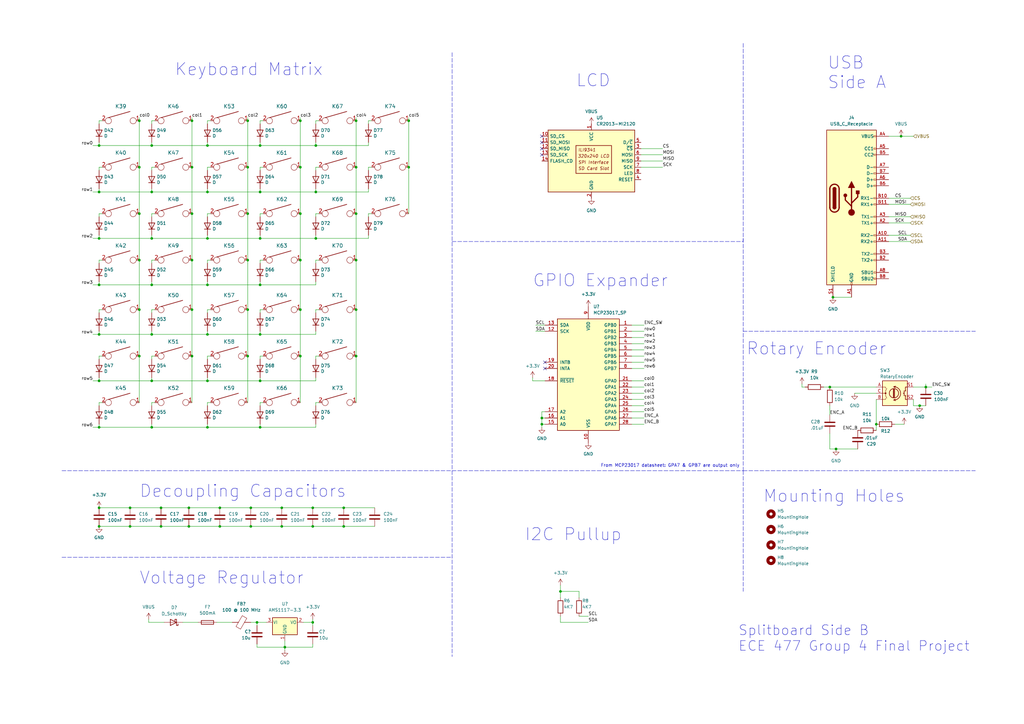
<source format=kicad_sch>
(kicad_sch (version 20211123) (generator eeschema)
  (paper "A3")
  (junction (at 53.34 208.28))
  (junction (at 340.36 158.75))
  (junction (at 101.6 68.58))
  (junction (at 106.68 78.74))
  (junction (at 128.27 215.9))
  (junction (at 62.23 156.21))
  (junction (at 40.64 175.26))
  (junction (at 78.74 106.68))
  (junction (at 146.05 146.05))
  (junction (at 123.19 106.68))
  (junction (at 101.6 146.05))
  (junction (at 85.09 97.79))
  (junction (at 101.6 127))
  (junction (at 115.57 215.9))
  (junction (at 377.19 166.37))
  (junction (at 62.23 78.74))
  (junction (at 40.64 59.69))
  (junction (at 129.54 78.74))
  (junction (at 62.23 116.84))
  (junction (at 62.23 175.26))
  (junction (at 85.09 137.16))
  (junction (at 85.09 156.21))
  (junction (at 77.47 208.28))
  (junction (at 128.27 208.28))
  (junction (at 78.74 127))
  (junction (at 102.87 208.28))
  (junction (at 57.15 68.58))
  (junction (at 222.25 173.99))
  (junction (at 359.41 173.99))
  (junction (at 40.64 215.9))
  (junction (at 222.25 171.45))
  (junction (at 115.57 208.28))
  (junction (at 140.97 208.28))
  (junction (at 57.15 49.53))
  (junction (at 341.63 121.92))
  (junction (at 128.27 255.27))
  (junction (at 106.68 116.84))
  (junction (at 379.73 158.75))
  (junction (at 129.54 59.69))
  (junction (at 123.19 49.53))
  (junction (at 57.15 87.63))
  (junction (at 101.6 106.68))
  (junction (at 123.19 68.58))
  (junction (at 85.09 59.69))
  (junction (at 101.6 49.53))
  (junction (at 146.05 49.53))
  (junction (at 78.74 68.58))
  (junction (at 85.09 116.84))
  (junction (at 106.68 59.69))
  (junction (at 85.09 78.74))
  (junction (at 106.68 97.79))
  (junction (at 57.15 106.68))
  (junction (at 66.04 215.9))
  (junction (at 77.47 215.9))
  (junction (at 146.05 87.63))
  (junction (at 229.87 242.57))
  (junction (at 140.97 215.9))
  (junction (at 40.64 116.84))
  (junction (at 40.64 137.16))
  (junction (at 106.68 156.21))
  (junction (at 167.64 49.53))
  (junction (at 146.05 68.58))
  (junction (at 146.05 127))
  (junction (at 62.23 59.69))
  (junction (at 40.64 156.21))
  (junction (at 106.68 137.16))
  (junction (at 167.64 68.58))
  (junction (at 106.68 175.26))
  (junction (at 62.23 97.79))
  (junction (at 123.19 127))
  (junction (at 78.74 87.63))
  (junction (at 105.41 255.27))
  (junction (at 102.87 215.9))
  (junction (at 90.17 215.9))
  (junction (at 129.54 97.79))
  (junction (at 78.74 49.53))
  (junction (at 62.23 137.16))
  (junction (at 123.19 146.05))
  (junction (at 101.6 87.63))
  (junction (at 146.05 106.68))
  (junction (at 85.09 175.26))
  (junction (at 78.74 146.05))
  (junction (at 66.04 208.28))
  (junction (at 40.64 97.79))
  (junction (at 116.84 265.43))
  (junction (at 40.64 78.74))
  (junction (at 40.64 208.28))
  (junction (at 57.15 127))
  (junction (at 369.57 55.88))
  (junction (at 342.9 184.15))
  (junction (at 57.15 146.05))
  (junction (at 53.34 215.9))
  (junction (at 90.17 208.28))
  (junction (at 123.19 87.63))
  (no_connect (at 222.25 60.96))
  (no_connect (at 222.25 63.5))
  (no_connect (at 222.25 55.88))
  (no_connect (at 222.25 58.42))
  (no_connect (at 223.52 151.13))
  (no_connect (at 223.52 148.59))
  (wire (pts (xy 102.87 255.27) (xy 105.41 255.27)))
  (wire (pts (xy 41.91 49.53) (xy 40.64 49.53)))
  (wire (pts (xy 106.68 106.68) (xy 106.68 107.95)))
  (wire (pts (xy 62.23 116.84) (xy 85.09 116.84)))
  (wire (pts (xy 337.82 158.75) (xy 340.36 158.75)))
  (wire (pts (xy 129.54 146.05) (xy 129.54 147.32)))
  (wire (pts (xy 237.49 245.11) (xy 237.49 242.57)))
  (wire (pts (xy 40.64 156.21) (xy 38.1 156.21)))
  (wire (pts (xy 146.05 106.68) (xy 146.05 127)))
  (polyline (pts (xy 185.42 99.06) (xy 304.8 99.06)))
  (wire (pts (xy 62.23 96.52) (xy 62.23 97.79)))
  (wire (pts (xy 237.49 252.73) (xy 241.3 252.73)))
  (wire (pts (xy 129.54 49.53) (xy 129.54 50.8)))
  (wire (pts (xy 40.64 106.68) (xy 40.64 107.95)))
  (wire (pts (xy 369.57 55.88) (xy 374.65 55.88)))
  (wire (pts (xy 40.64 77.47) (xy 40.64 78.74)))
  (wire (pts (xy 86.36 127) (xy 85.09 127)))
  (wire (pts (xy 86.36 87.63) (xy 85.09 87.63)))
  (wire (pts (xy 60.96 254) (xy 60.96 255.27)))
  (wire (pts (xy 40.64 137.16) (xy 62.23 137.16)))
  (wire (pts (xy 62.23 49.53) (xy 62.23 50.8)))
  (wire (pts (xy 57.15 127) (xy 57.15 146.05)))
  (wire (pts (xy 106.68 68.58) (xy 106.68 69.85)))
  (polyline (pts (xy 25.4 193.04) (xy 304.8 193.04)))
  (wire (pts (xy 102.87 215.9) (xy 115.57 215.9)))
  (wire (pts (xy 264.16 151.13) (xy 259.08 151.13)))
  (wire (pts (xy 57.15 68.58) (xy 57.15 87.63)))
  (wire (pts (xy 105.41 265.43) (xy 116.84 265.43)))
  (wire (pts (xy 106.68 137.16) (xy 129.54 137.16)))
  (polyline (pts (xy 185.42 21.59) (xy 185.42 269.24)))
  (wire (pts (xy 85.09 59.69) (xy 106.68 59.69)))
  (wire (pts (xy 130.81 165.1) (xy 129.54 165.1)))
  (wire (pts (xy 106.68 173.99) (xy 106.68 175.26)))
  (wire (pts (xy 40.64 208.28) (xy 53.34 208.28)))
  (wire (pts (xy 115.57 208.28) (xy 128.27 208.28)))
  (wire (pts (xy 106.68 116.84) (xy 129.54 116.84)))
  (wire (pts (xy 40.64 115.57) (xy 40.64 116.84)))
  (wire (pts (xy 123.19 146.05) (xy 123.19 165.1)))
  (wire (pts (xy 78.74 48.26) (xy 78.74 49.53)))
  (wire (pts (xy 152.4 49.53) (xy 151.13 49.53)))
  (wire (pts (xy 264.16 140.97) (xy 259.08 140.97)))
  (polyline (pts (xy 304.8 99.06) (xy 304.8 97.79)))
  (wire (pts (xy 101.6 146.05) (xy 101.6 165.1)))
  (wire (pts (xy 85.09 58.42) (xy 85.09 59.69)))
  (wire (pts (xy 40.64 165.1) (xy 40.64 166.37)))
  (wire (pts (xy 40.64 175.26) (xy 62.23 175.26)))
  (wire (pts (xy 78.74 146.05) (xy 78.74 165.1)))
  (wire (pts (xy 124.46 255.27) (xy 128.27 255.27)))
  (wire (pts (xy 130.81 87.63) (xy 129.54 87.63)))
  (wire (pts (xy 85.09 175.26) (xy 106.68 175.26)))
  (wire (pts (xy 62.23 59.69) (xy 85.09 59.69)))
  (wire (pts (xy 106.68 127) (xy 106.68 128.27)))
  (wire (pts (xy 130.81 49.53) (xy 129.54 49.53)))
  (wire (pts (xy 106.68 78.74) (xy 129.54 78.74)))
  (wire (pts (xy 129.54 77.47) (xy 129.54 78.74)))
  (wire (pts (xy 271.78 66.04) (xy 262.89 66.04)))
  (wire (pts (xy 106.68 135.89) (xy 106.68 137.16)))
  (wire (pts (xy 229.87 240.03) (xy 229.87 242.57)))
  (wire (pts (xy 90.17 215.9) (xy 102.87 215.9)))
  (wire (pts (xy 328.93 158.75) (xy 330.2 158.75)))
  (wire (pts (xy 140.97 208.28) (xy 153.67 208.28)))
  (wire (pts (xy 86.36 106.68) (xy 85.09 106.68)))
  (wire (pts (xy 219.71 133.35) (xy 223.52 133.35)))
  (wire (pts (xy 57.15 106.68) (xy 57.15 127)))
  (wire (pts (xy 63.5 165.1) (xy 62.23 165.1)))
  (wire (pts (xy 40.64 135.89) (xy 40.64 137.16)))
  (wire (pts (xy 40.64 156.21) (xy 62.23 156.21)))
  (wire (pts (xy 106.68 97.79) (xy 129.54 97.79)))
  (wire (pts (xy 62.23 156.21) (xy 85.09 156.21)))
  (wire (pts (xy 62.23 173.99) (xy 62.23 175.26)))
  (wire (pts (xy 86.36 49.53) (xy 85.09 49.53)))
  (wire (pts (xy 85.09 106.68) (xy 85.09 107.95)))
  (wire (pts (xy 106.68 59.69) (xy 129.54 59.69)))
  (wire (pts (xy 101.6 87.63) (xy 101.6 106.68)))
  (wire (pts (xy 129.54 115.57) (xy 129.54 116.84)))
  (wire (pts (xy 223.52 156.21) (xy 218.44 156.21)))
  (wire (pts (xy 222.25 171.45) (xy 223.52 171.45)))
  (wire (pts (xy 41.91 106.68) (xy 40.64 106.68)))
  (wire (pts (xy 129.54 127) (xy 129.54 128.27)))
  (wire (pts (xy 40.64 59.69) (xy 62.23 59.69)))
  (wire (pts (xy 123.19 49.53) (xy 123.19 68.58)))
  (wire (pts (xy 130.81 68.58) (xy 129.54 68.58)))
  (wire (pts (xy 62.23 87.63) (xy 62.23 88.9)))
  (wire (pts (xy 106.68 58.42) (xy 106.68 59.69)))
  (wire (pts (xy 106.68 96.52) (xy 106.68 97.79)))
  (wire (pts (xy 107.95 127) (xy 106.68 127)))
  (wire (pts (xy 128.27 254) (xy 128.27 255.27)))
  (wire (pts (xy 222.25 168.91) (xy 222.25 171.45)))
  (wire (pts (xy 74.93 255.27) (xy 81.28 255.27)))
  (wire (pts (xy 128.27 265.43) (xy 116.84 265.43)))
  (wire (pts (xy 62.23 146.05) (xy 62.23 147.32)))
  (wire (pts (xy 229.87 252.73) (xy 229.87 255.27)))
  (wire (pts (xy 88.9 255.27) (xy 95.25 255.27)))
  (wire (pts (xy 62.23 106.68) (xy 62.23 107.95)))
  (wire (pts (xy 106.68 156.21) (xy 129.54 156.21)))
  (wire (pts (xy 129.54 154.94) (xy 129.54 156.21)))
  (wire (pts (xy 101.6 127) (xy 101.6 146.05)))
  (wire (pts (xy 373.38 81.28) (xy 364.49 81.28)))
  (wire (pts (xy 41.91 146.05) (xy 40.64 146.05)))
  (wire (pts (xy 128.27 264.16) (xy 128.27 265.43)))
  (wire (pts (xy 374.65 163.83) (xy 374.65 166.37)))
  (wire (pts (xy 128.27 208.28) (xy 140.97 208.28)))
  (wire (pts (xy 130.81 106.68) (xy 129.54 106.68)))
  (wire (pts (xy 85.09 116.84) (xy 106.68 116.84)))
  (wire (pts (xy 364.49 55.88) (xy 369.57 55.88)))
  (wire (pts (xy 40.64 87.63) (xy 40.64 88.9)))
  (wire (pts (xy 62.23 115.57) (xy 62.23 116.84)))
  (wire (pts (xy 152.4 87.63) (xy 151.13 87.63)))
  (wire (pts (xy 129.54 87.63) (xy 129.54 88.9)))
  (wire (pts (xy 264.16 156.21) (xy 259.08 156.21)))
  (wire (pts (xy 85.09 165.1) (xy 85.09 166.37)))
  (wire (pts (xy 379.73 158.75) (xy 382.27 158.75)))
  (wire (pts (xy 271.78 68.58) (xy 262.89 68.58)))
  (wire (pts (xy 123.19 127) (xy 123.19 146.05)))
  (wire (pts (xy 151.13 96.52) (xy 151.13 97.79)))
  (wire (pts (xy 222.25 173.99) (xy 222.25 175.26)))
  (wire (pts (xy 373.38 96.52) (xy 364.49 96.52)))
  (wire (pts (xy 105.41 264.16) (xy 105.41 265.43)))
  (wire (pts (xy 264.16 135.89) (xy 259.08 135.89)))
  (wire (pts (xy 40.64 215.9) (xy 53.34 215.9)))
  (polyline (pts (xy 400.05 135.89) (xy 400.05 135.89)))
  (wire (pts (xy 85.09 154.94) (xy 85.09 156.21)))
  (wire (pts (xy 370.84 173.99) (xy 367.03 173.99)))
  (wire (pts (xy 271.78 60.96) (xy 262.89 60.96)))
  (wire (pts (xy 105.41 255.27) (xy 109.22 255.27)))
  (wire (pts (xy 86.36 146.05) (xy 85.09 146.05)))
  (wire (pts (xy 264.16 143.51) (xy 259.08 143.51)))
  (wire (pts (xy 101.6 106.68) (xy 101.6 127)))
  (wire (pts (xy 77.47 215.9) (xy 90.17 215.9)))
  (wire (pts (xy 101.6 68.58) (xy 101.6 87.63)))
  (wire (pts (xy 40.64 116.84) (xy 38.1 116.84)))
  (wire (pts (xy 41.91 165.1) (xy 40.64 165.1)))
  (wire (pts (xy 264.16 158.75) (xy 259.08 158.75)))
  (wire (pts (xy 219.71 135.89) (xy 223.52 135.89)))
  (wire (pts (xy 62.23 78.74) (xy 85.09 78.74)))
  (wire (pts (xy 341.63 121.92) (xy 349.25 121.92)))
  (wire (pts (xy 167.64 49.53) (xy 167.64 68.58)))
  (wire (pts (xy 340.36 166.37) (xy 340.36 170.18)))
  (wire (pts (xy 63.5 106.68) (xy 62.23 106.68)))
  (wire (pts (xy 264.16 133.35) (xy 259.08 133.35)))
  (wire (pts (xy 129.54 106.68) (xy 129.54 107.95)))
  (wire (pts (xy 85.09 78.74) (xy 106.68 78.74)))
  (wire (pts (xy 130.81 146.05) (xy 129.54 146.05)))
  (wire (pts (xy 78.74 87.63) (xy 78.74 106.68)))
  (wire (pts (xy 62.23 175.26) (xy 85.09 175.26)))
  (wire (pts (xy 107.95 165.1) (xy 106.68 165.1)))
  (wire (pts (xy 340.36 158.75) (xy 359.41 158.75)))
  (wire (pts (xy 85.09 97.79) (xy 106.68 97.79)))
  (wire (pts (xy 78.74 127) (xy 78.74 146.05)))
  (polyline (pts (xy 185.42 269.24) (xy 185.42 269.24)))
  (wire (pts (xy 264.16 173.99) (xy 259.08 173.99)))
  (wire (pts (xy 85.09 146.05) (xy 85.09 147.32)))
  (wire (pts (xy 62.23 97.79) (xy 85.09 97.79)))
  (wire (pts (xy 85.09 173.99) (xy 85.09 175.26)))
  (wire (pts (xy 40.64 173.99) (xy 40.64 175.26)))
  (wire (pts (xy 264.16 163.83) (xy 259.08 163.83)))
  (wire (pts (xy 218.44 154.94) (xy 218.44 156.21)))
  (wire (pts (xy 63.5 127) (xy 62.23 127)))
  (wire (pts (xy 264.16 168.91) (xy 259.08 168.91)))
  (polyline (pts (xy 304.8 193.04) (xy 304.8 242.57)))
  (wire (pts (xy 78.74 106.68) (xy 78.74 127)))
  (wire (pts (xy 106.68 146.05) (xy 106.68 147.32)))
  (wire (pts (xy 115.57 215.9) (xy 128.27 215.9)))
  (wire (pts (xy 264.16 161.29) (xy 259.08 161.29)))
  (wire (pts (xy 129.54 68.58) (xy 129.54 69.85)))
  (wire (pts (xy 62.23 127) (xy 62.23 128.27)))
  (wire (pts (xy 373.38 88.9) (xy 364.49 88.9)))
  (wire (pts (xy 40.64 49.53) (xy 40.64 50.8)))
  (wire (pts (xy 151.13 49.53) (xy 151.13 50.8)))
  (wire (pts (xy 222.25 168.91) (xy 223.52 168.91)))
  (wire (pts (xy 57.15 87.63) (xy 57.15 106.68)))
  (wire (pts (xy 40.64 137.16) (xy 38.1 137.16)))
  (wire (pts (xy 85.09 77.47) (xy 85.09 78.74)))
  (wire (pts (xy 167.64 68.58) (xy 167.64 87.63)))
  (wire (pts (xy 62.23 77.47) (xy 62.23 78.74)))
  (wire (pts (xy 377.19 166.37) (xy 379.73 166.37)))
  (wire (pts (xy 146.05 48.26) (xy 146.05 49.53)))
  (wire (pts (xy 41.91 127) (xy 40.64 127)))
  (wire (pts (xy 340.36 177.8) (xy 340.36 184.15)))
  (wire (pts (xy 129.54 59.69) (xy 151.13 59.69)))
  (wire (pts (xy 271.78 63.5) (xy 262.89 63.5)))
  (wire (pts (xy 151.13 68.58) (xy 151.13 69.85)))
  (wire (pts (xy 264.16 166.37) (xy 259.08 166.37)))
  (polyline (pts (xy 304.8 193.04) (xy 400.05 193.04)))
  (wire (pts (xy 106.68 154.94) (xy 106.68 156.21)))
  (wire (pts (xy 229.87 255.27) (xy 241.3 255.27)))
  (wire (pts (xy 130.81 127) (xy 129.54 127)))
  (wire (pts (xy 41.91 68.58) (xy 40.64 68.58)))
  (wire (pts (xy 57.15 49.53) (xy 57.15 68.58)))
  (wire (pts (xy 350.52 161.29) (xy 359.41 161.29)))
  (wire (pts (xy 40.64 97.79) (xy 62.23 97.79)))
  (wire (pts (xy 106.68 175.26) (xy 129.54 175.26)))
  (wire (pts (xy 40.64 59.69) (xy 38.1 59.69)))
  (wire (pts (xy 129.54 173.99) (xy 129.54 175.26)))
  (wire (pts (xy 62.23 135.89) (xy 62.23 137.16)))
  (wire (pts (xy 264.16 138.43) (xy 259.08 138.43)))
  (wire (pts (xy 373.38 99.06) (xy 364.49 99.06)))
  (wire (pts (xy 63.5 68.58) (xy 62.23 68.58)))
  (wire (pts (xy 40.64 78.74) (xy 38.1 78.74)))
  (wire (pts (xy 40.64 96.52) (xy 40.64 97.79)))
  (wire (pts (xy 374.65 158.75) (xy 379.73 158.75)))
  (wire (pts (xy 85.09 96.52) (xy 85.09 97.79)))
  (wire (pts (xy 107.95 146.05) (xy 106.68 146.05)))
  (wire (pts (xy 40.64 154.94) (xy 40.64 156.21)))
  (wire (pts (xy 85.09 127) (xy 85.09 128.27)))
  (wire (pts (xy 63.5 146.05) (xy 62.23 146.05)))
  (wire (pts (xy 53.34 215.9) (xy 66.04 215.9)))
  (wire (pts (xy 222.25 171.45) (xy 222.25 173.99)))
  (wire (pts (xy 151.13 77.47) (xy 151.13 78.74)))
  (wire (pts (xy 146.05 68.58) (xy 146.05 87.63)))
  (wire (pts (xy 40.64 97.79) (xy 38.1 97.79)))
  (wire (pts (xy 264.16 171.45) (xy 259.08 171.45)))
  (wire (pts (xy 146.05 49.53) (xy 146.05 68.58)))
  (wire (pts (xy 62.23 165.1) (xy 62.23 166.37)))
  (wire (pts (xy 129.54 135.89) (xy 129.54 137.16)))
  (wire (pts (xy 167.64 48.26) (xy 167.64 49.53)))
  (wire (pts (xy 101.6 49.53) (xy 101.6 68.58)))
  (wire (pts (xy 107.95 87.63) (xy 106.68 87.63)))
  (wire (pts (xy 229.87 242.57) (xy 237.49 242.57)))
  (wire (pts (xy 123.19 68.58) (xy 123.19 87.63)))
  (wire (pts (xy 129.54 96.52) (xy 129.54 97.79)))
  (polyline (pts (xy 25.4 228.6) (xy 185.42 228.6)))
  (wire (pts (xy 342.9 184.15) (xy 351.79 184.15)))
  (wire (pts (xy 373.38 91.44) (xy 364.49 91.44)))
  (wire (pts (xy 129.54 165.1) (xy 129.54 166.37)))
  (polyline (pts (xy 304.8 135.89) (xy 400.05 135.89)))
  (wire (pts (xy 53.34 208.28) (xy 66.04 208.28)))
  (wire (pts (xy 379.73 157.48) (xy 379.73 158.75)))
  (wire (pts (xy 86.36 68.58) (xy 85.09 68.58)))
  (wire (pts (xy 62.23 137.16) (xy 85.09 137.16)))
  (wire (pts (xy 140.97 215.9) (xy 153.67 215.9)))
  (wire (pts (xy 63.5 49.53) (xy 62.23 49.53)))
  (wire (pts (xy 106.68 77.47) (xy 106.68 78.74)))
  (wire (pts (xy 129.54 97.79) (xy 151.13 97.79)))
  (wire (pts (xy 85.09 87.63) (xy 85.09 88.9)))
  (wire (pts (xy 151.13 58.42) (xy 151.13 59.69)))
  (wire (pts (xy 129.54 58.42) (xy 129.54 59.69)))
  (wire (pts (xy 77.47 208.28) (xy 90.17 208.28)))
  (wire (pts (xy 128.27 255.27) (xy 128.27 256.54)))
  (wire (pts (xy 107.95 49.53) (xy 106.68 49.53)))
  (wire (pts (xy 107.95 68.58) (xy 106.68 68.58)))
  (wire (pts (xy 85.09 115.57) (xy 85.09 116.84)))
  (wire (pts (xy 146.05 146.05) (xy 146.05 165.1)))
  (wire (pts (xy 116.84 262.89) (xy 116.84 265.43)))
  (wire (pts (xy 222.25 173.99) (xy 223.52 173.99)))
  (wire (pts (xy 85.09 135.89) (xy 85.09 137.16)))
  (wire (pts (xy 264.16 146.05) (xy 259.08 146.05)))
  (wire (pts (xy 66.04 215.9) (xy 77.47 215.9)))
  (wire (pts (xy 57.15 146.05) (xy 57.15 165.1)))
  (wire (pts (xy 373.38 83.82) (xy 364.49 83.82)))
  (wire (pts (xy 60.96 255.27) (xy 67.31 255.27)))
  (wire (pts (xy 85.09 68.58) (xy 85.09 69.85)))
  (wire (pts (xy 328.93 157.48) (xy 328.93 158.75)))
  (wire (pts (xy 374.65 166.37) (xy 377.19 166.37)))
  (wire (pts (xy 40.64 58.42) (xy 40.64 59.69)))
  (wire (pts (xy 102.87 208.28) (xy 115.57 208.28)))
  (wire (pts (xy 40.64 116.84) (xy 62.23 116.84)))
  (wire (pts (xy 40.64 175.26) (xy 38.1 175.26)))
  (wire (pts (xy 40.64 68.58) (xy 40.64 69.85)))
  (wire (pts (xy 85.09 137.16) (xy 106.68 137.16)))
  (wire (pts (xy 78.74 68.58) (xy 78.74 87.63)))
  (polyline (pts (xy 304.8 17.78) (xy 304.8 193.04)))
  (wire (pts (xy 57.15 48.26) (xy 57.15 49.53)))
  (wire (pts (xy 340.36 184.15) (xy 342.9 184.15)))
  (wire (pts (xy 101.6 48.26) (xy 101.6 49.53)))
  (wire (pts (xy 40.64 146.05) (xy 40.64 147.32)))
  (wire (pts (xy 106.68 87.63) (xy 106.68 88.9)))
  (wire (pts (xy 123.19 48.26) (xy 123.19 49.53)))
  (wire (pts (xy 85.09 49.53) (xy 85.09 50.8)))
  (wire (pts (xy 129.54 78.74) (xy 151.13 78.74)))
  (wire (pts (xy 106.68 165.1) (xy 106.68 166.37)))
  (wire (pts (xy 63.5 87.63) (xy 62.23 87.63)))
  (wire (pts (xy 229.87 242.57) (xy 229.87 245.11)))
  (wire (pts (xy 123.19 87.63) (xy 123.19 106.68)))
  (wire (pts (xy 85.09 156.21) (xy 106.68 156.21)))
  (wire (pts (xy 106.68 115.57) (xy 106.68 116.84)))
  (wire (pts (xy 62.23 68.58) (xy 62.23 69.85)))
  (wire (pts (xy 78.74 49.53) (xy 78.74 68.58)))
  (wire (pts (xy 105.41 255.27) (xy 105.41 256.54)))
  (wire (pts (xy 146.05 87.63) (xy 146.05 106.68)))
  (wire (pts (xy 123.19 106.68) (xy 123.19 127)))
  (wire (pts (xy 40.64 78.74) (xy 62.23 78.74)))
  (wire (pts (xy 40.64 127) (xy 40.64 128.27)))
  (wire (pts (xy 152.4 68.58) (xy 151.13 68.58)))
  (wire (pts (xy 107.95 106.68) (xy 106.68 106.68)))
  (wire (pts (xy 264.16 148.59) (xy 259.08 148.59)))
  (wire (pts (xy 359.41 176.53) (xy 359.41 173.99)))
  (wire (pts (xy 146.05 127) (xy 146.05 146.05)))
  (wire (pts (xy 90.17 208.28) (xy 102.87 208.28)))
  (wire (pts (xy 66.04 208.28) (xy 77.47 208.28)))
  (wire (pts (xy 128.27 215.9) (xy 140.97 215.9)))
  (wire (pts (xy 116.84 265.43) (xy 116.84 266.7)))
  (wire (pts (xy 41.91 87.63) (xy 40.64 87.63)))
  (wire (pts (xy 62.23 58.42) (xy 62.23 59.69)))
  (wire (pts (xy 151.13 87.63) (xy 151.13 88.9)))
  (wire (pts (xy 106.68 49.53) (xy 106.68 50.8)))
  (wire (pts (xy 62.23 154.94) (xy 62.23 156.21)))
  (wire (pts (xy 359.41 173.99) (xy 359.41 163.83)))
  (wire (pts (xy 86.36 165.1) (xy 85.09 165.1)))
  (text "GPIO Expander" (at 218.44 118.11 0) (effects (font (size 5 5)) (justify left bottom)))
  (text "Mounting Holes" (at 312.928 206.502 0) (effects (font (size 5 5)) (justify left bottom)))
  (text "Splitboard Side B\nECE 477 Group 4 Final Project" (at 302.768 267.462 0) (effects (font (size 4 4)) (justify left bottom)))
  (text "From MCP23017 datasheet: GPA7 & GPB7 are output only" (at 246.38 191.77 0) (effects (font (size 1.27 1.27)) (justify left bottom)))
  (text "Keyboard Matrix" (at 71.628 31.496 0) (effects (font (size 5 5)) (justify left bottom)))
  (text "I2C Pullup" (at 215.138 222.25 0) (effects (font (size 5 5)) (justify left bottom)))
  (text "Voltage Regulator" (at 57.15 240.03 0) (effects (font (size 5 5)) (justify left bottom)))
  (text "USB\nSide A" (at 339.344 36.83 0) (effects (font (size 5 5)) (justify left bottom)))
  (text "LCD" (at 236.22 36.068 0) (effects (font (size 5 5)) (justify left bottom)))
  (text "Decoupling Capacitors" (at 57.15 204.47 0) (effects (font (size 5 5)) (justify left bottom)))
  (text "Rotary Encoder" (at 306.07 146.05 0) (effects (font (size 5 5)) (justify left bottom)))
  (label "row4" (at 264.16 146.05 0))
  (label "ENC_B" (at 264.16 173.99 0))
  (label "col4" (at 264.16 166.37 0))
  (label "MOSI" (at 271.78 63.5 0))
  (label "col4" (at 146.05 48.26 0))
  (label "col3" (at 264.16 163.83 0))
  (label "row6" (at 38.1 175.26 180))
  (label "row4" (at 38.1 137.16 180))
  (label "col0" (at 264.16 156.21 0))
  (label "col5" (at 167.64 48.26 0))
  (label "row3" (at 38.1 116.84 180))
  (label "row0" (at 38.1 59.69 180))
  (label "CS" (at 367.03 81.28 0))
  (label "col0" (at 57.15 48.26 0))
  (label "SDA" (at 241.3 255.27 0))
  (label "ENC_A" (at 264.16 171.45 0))
  (label "SCK" (at 271.78 68.58 0))
  (label "row6" (at 264.16 151.13 0))
  (label "col5" (at 264.16 168.91 0))
  (label "row5" (at 38.1 156.21 180))
  (label "row2" (at 264.16 140.97 0))
  (label "ENC_B" (at 351.79 176.53 180))
  (label "row3" (at 264.16 143.51 0))
  (label "ENC_SW" (at 382.27 158.75 0))
  (label "MOSI" (at 367.03 83.82 0))
  (label "MISO" (at 367.03 88.9 0))
  (label "col1" (at 78.74 48.26 0))
  (label "SDA" (at 219.71 135.89 0))
  (label "SCK" (at 367.03 91.44 0))
  (label "row0" (at 264.16 135.89 0))
  (label "SCL" (at 219.71 133.35 0))
  (label "col3" (at 123.19 48.26 0))
  (label "row1" (at 38.1 78.74 180))
  (label "SCL" (at 241.3 252.73 0))
  (label "row2" (at 38.1 97.79 180))
  (label "ENC_SW" (at 264.16 133.35 0))
  (label "col2" (at 101.6 48.26 0))
  (label "ENC_A" (at 340.36 170.18 0))
  (label "CS" (at 271.78 60.96 0))
  (label "row5" (at 264.16 148.59 0))
  (label "row1" (at 264.16 138.43 0))
  (label "col2" (at 264.16 161.29 0))
  (label "SCL" (at 368.3 96.52 0))
  (label "SDA" (at 368.3 99.06 0))
  (label "col1" (at 264.16 158.75 0))
  (label "MISO" (at 271.78 66.04 0))
  (hierarchical_label "MOSI" (shape input) (at 373.38 83.82 0))
  (hierarchical_label "MISO" (shape input) (at 373.38 88.9 0))
  (hierarchical_label "VBUS" (shape input) (at 374.65 55.88 0))
  (hierarchical_label "CS" (shape input) (at 373.38 81.28 0))
  (hierarchical_label "SCK" (shape input) (at 373.38 91.44 0))
  (hierarchical_label "SDA" (shape input) (at 373.38 99.06 0))
  (hierarchical_label "SCL" (shape input) (at 373.38 96.52 0))
  (symbol (lib_id "Mechanical:MountingHole") (at 316.23 210.82 0) (unit 1)
    (property "Reference" "H5" (at 318.77 209.5499 0) (effects (justify left)))
    (property "Value" "MountingHole" (at 318.77 212.0899 0) (effects (justify left)))
    (property "Footprint" "MountingHole:MountingHole_2.7mm" (effects hide))
  )
  (symbol (lib_id "KBT1-rescue:D-Device") (at 85.09 54.61 90) (unit 1)
    (property "Reference" "D56" (at 87.122 53.4416 90) (effects (justify right)))
    (property "Value" "D" (at 87.122 55.753 90) (effects (justify right)))
    (property "Footprint" "Diode_SMD:D_SOD-123" (effects hide))
  )
  (symbol (lib_id "KBT1-rescue:KEYSW-keyboard_parts") (at 71.12 87.63 0) (unit 1)
    (property "Reference" "K48" (at 71.12 81.7118 0) (effects (font (size 1.524 1.524))))
    (property "Value" "KEYSW" (effects hide))
    (property "Footprint" "6:SW_Hotswap_Kailh_MX_plated" (effects hide))
  )
  (symbol (lib_id "Connector:USB_C_Receptacle") (at 349.25 81.28 0) (unit 1)
    (property "Reference" "J4" (at 349.25 48.26 0))
    (property "Value" "USB_C_Receptacle" (at 349.25 50.8 0))
    (property "Footprint" "USB_C_Receptacle_GCT_USB4085" (effects hide))
    (property "Datasheet" "https://www.usb.org/sites/default/files/documents/usb_type-c.zip" (effects hide))
  )
  (symbol (lib_id "KBT1-rescue:KEYSW-keyboard_parts") (at 49.53 106.68 0) (unit 1)
    (property "Reference" "K42" (at 49.53 100.7618 0) (effects (font (size 1.524 1.524))))
    (property "Value" "KEYSW" (effects hide))
    (property "Footprint" "6:SW_Hotswap_Kailh_MX_plated" (effects hide))
  )
  (symbol (lib_id "KBT1-rescue:D-Device") (at 106.68 73.66 90) (unit 1)
    (property "Reference" "D64" (at 108.712 72.4916 90) (effects (justify right)))
    (property "Value" "D" (at 108.712 74.803 90) (effects (justify right)))
    (property "Footprint" "Diode_SMD:D_SOD-123" (effects hide))
  )
  (symbol (lib_id "power:+3.3V") (at 218.44 154.94 0) (unit 1)
    (property "Reference" "#PWR024" (effects hide))
    (property "Value" "+3.3V" (at 218.44 150.114 0))
  )
  (symbol (lib_id "KBT1-rescue:D-Device") (at 106.68 92.71 90) (unit 1)
    (property "Reference" "D65" (at 108.712 91.5416 90) (effects (justify right)))
    (property "Value" "D" (at 108.712 93.853 90) (effects (justify right)))
    (property "Footprint" "Diode_SMD:D_SOD-123" (effects hide))
  )
  (symbol (lib_id "KBT1-rescue:KEYSW-keyboard_parts") (at 49.53 49.53 0) (unit 1)
    (property "Reference" "K39" (at 49.53 43.6118 0) (effects (font (size 1.524 1.524))))
    (property "Value" "KEYSW" (effects hide))
    (property "Footprint" "6:SW_Hotswap_Kailh_MX_plated" (effects hide))
  )
  (symbol (lib_id "KBT1-rescue:D-Device") (at 40.64 92.71 90) (unit 1)
    (property "Reference" "D44" (at 42.672 91.5416 90) (effects (justify right)))
    (property "Value" "D" (at 42.672 93.853 90) (effects (justify right)))
    (property "Footprint" "Diode_SMD:D_SOD-123" (effects hide))
  )
  (symbol (lib_id "KBT1-rescue:D-Device") (at 85.09 92.71 90) (unit 1)
    (property "Reference" "D58" (at 87.122 91.5416 90) (effects (justify right)))
    (property "Value" "D" (at 87.122 93.853 90) (effects (justify right)))
    (property "Footprint" "Diode_SMD:D_SOD-123" (effects hide))
  )
  (symbol (lib_id "power:+3.3V") (at 128.27 254 0) (unit 1)
    (property "Reference" "#PWR?" (effects hide))
    (property "Value" "+3.3V" (at 128.27 248.92 0))
  )
  (symbol (lib_id "Device:C") (at 140.97 212.09 0) (unit 1)
    (property "Reference" "C23" (at 144.526 210.8199 0) (effects (justify left)))
    (property "Value" "100nF" (at 144.526 213.3599 0) (effects (justify left)))
  )
  (symbol (lib_id "KBT1-rescue:D-Device") (at 40.64 151.13 90) (unit 1)
    (property "Reference" "D47" (at 42.672 149.9616 90) (effects (justify right)))
    (property "Value" "D" (at 42.672 152.273 90) (effects (justify right)))
    (property "Footprint" "Diode_SMD:D_SOD-123" (effects hide))
  )
  (symbol (lib_id "KBT1-rescue:KEYSW-keyboard_parts") (at 49.53 87.63 0) (unit 1)
    (property "Reference" "K41" (at 49.53 81.7118 0) (effects (font (size 1.524 1.524))))
    (property "Value" "KEYSW" (effects hide))
    (property "Footprint" "6:SW_Hotswap_Kailh_MX_plated" (effects hide))
  )
  (symbol (lib_id "power:GND") (at 116.84 266.7 0) (unit 1)
    (property "Reference" "#PWR?" (effects hide))
    (property "Value" "GND" (at 116.84 271.78 0))
  )
  (symbol (lib_id "power:GND") (at 350.52 161.29 0) (unit 1)
    (property "Reference" "#PWR035" (effects hide))
    (property "Value" "GND" (at 350.52 166.37 0))
  )
  (symbol (lib_id "power:VBUS") (at 242.57 50.8 0) (unit 1)
    (property "Reference" "#PWR?" (effects hide))
    (property "Value" "VBUS" (at 242.57 45.72 0))
  )
  (symbol (lib_id "power:+3.3V") (at 229.87 240.03 0) (unit 1)
    (property "Reference" "#PWR026" (effects hide))
    (property "Value" "+3.3V" (at 229.87 234.95 0))
  )
  (symbol (lib_id "KBT1-rescue:KEYSW-keyboard_parts") (at 138.43 146.05 0) (unit 1)
    (property "Reference" "K72" (at 138.43 140.1318 0) (effects (font (size 1.524 1.524))))
    (property "Value" "KEYSW" (effects hide))
    (property "Footprint" "6:SW_Hotswap_Kailh_MX_plated" (effects hide))
  )
  (symbol (lib_id "KBT1-rescue:D-Device") (at 40.64 111.76 90) (unit 1)
    (property "Reference" "D45" (at 42.672 110.5916 90) (effects (justify right)))
    (property "Value" "D" (at 42.672 112.903 90) (effects (justify right)))
    (property "Footprint" "Diode_SMD:D_SOD-123" (effects hide))
  )
  (symbol (lib_id "Device:R") (at 363.22 173.99 270) (unit 1)
    (property "Reference" "R12" (at 363.22 176.784 90))
    (property "Value" "10k" (at 363.22 171.704 90))
  )
  (symbol (lib_id "KBT1-rescue:D-Device") (at 62.23 54.61 90) (unit 1)
    (property "Reference" "D49" (at 64.262 53.4416 90) (effects (justify right)))
    (property "Value" "D" (at 64.262 55.753 90) (effects (justify right)))
    (property "Footprint" "Diode_SMD:D_SOD-123" (effects hide))
  )
  (symbol (lib_id "KBT1-rescue:KEYSW-keyboard_parts") (at 115.57 68.58 0) (unit 1)
    (property "Reference" "K61" (at 115.57 62.6618 0) (effects (font (size 1.524 1.524))))
    (property "Value" "KEYSW" (effects hide))
    (property "Footprint" "6:SW_Hotswap_Kailh_MX_plated" (effects hide))
  )
  (symbol (lib_id "KBT1-rescue:D-Device") (at 129.54 132.08 90) (unit 1)
    (property "Reference" "D74" (at 131.572 130.9116 90) (effects (justify right)))
    (property "Value" "D" (at 131.572 133.223 90) (effects (justify right)))
    (property "Footprint" "Diode_SMD:D_SOD-123" (effects hide))
  )
  (symbol (lib_id "KBT1-rescue:D-Device") (at 129.54 170.18 90) (unit 1)
    (property "Reference" "D76" (at 131.572 169.0116 90) (effects (justify right)))
    (property "Value" "D" (at 131.572 171.323 90) (effects (justify right)))
    (property "Footprint" "Diode_SMD:D_SOD-123" (effects hide))
  )
  (symbol (lib_id "power:+3.3V") (at 328.93 157.48 0) (unit 1)
    (property "Reference" "#PWR032" (effects hide))
    (property "Value" "+3.3V" (at 328.93 152.4 0))
  )
  (symbol (lib_id "KBT1-rescue:D-Device") (at 85.09 170.18 90) (unit 1)
    (property "Reference" "D62" (at 87.122 169.0116 90) (effects (justify right)))
    (property "Value" "D" (at 87.122 171.323 90) (effects (justify right)))
    (property "Footprint" "Diode_SMD:D_SOD-123" (effects hide))
  )
  (symbol (lib_id "KBT1-rescue:D-Device") (at 40.64 54.61 90) (unit 1)
    (property "Reference" "D42" (at 42.672 53.4416 90) (effects (justify right)))
    (property "Value" "D" (at 42.672 55.753 90) (effects (justify right)))
    (property "Footprint" "Diode_SMD:D_SOD-123" (effects hide))
  )
  (symbol (lib_id "Driver_Display:CR2013-MI2120") (at 242.57 66.04 0) (unit 1)
    (property "Reference" "U5" (at 244.5894 48.26 0) (effects (justify left)))
    (property "Value" "CR2013-MI2120" (at 244.5894 50.8 0) (effects (justify left)))
    (property "Footprint" "Display:CR2013-MI2120" (effects hide))
    (property "Datasheet" "http://pan.baidu.com/s/11Y990" (effects hide))
  )
  (symbol (lib_id "KBT1-rescue:D-Device") (at 85.09 151.13 90) (unit 1)
    (property "Reference" "D61" (at 87.122 149.9616 90) (effects (justify right)))
    (property "Value" "D" (at 87.122 152.273 90) (effects (justify right)))
    (property "Footprint" "Diode_SMD:D_SOD-123" (effects hide))
  )
  (symbol (lib_id "KBT1-rescue:KEYSW-keyboard_parts") (at 71.12 127 0) (unit 1)
    (property "Reference" "K50" (at 71.12 121.0818 0) (effects (font (size 1.524 1.524))))
    (property "Value" "KEYSW" (effects hide))
    (property "Footprint" "6:SW_Hotswap_Kailh_MX_plated" (effects hide))
  )
  (symbol (lib_id "KBT1-rescue:KEYSW-keyboard_parts") (at 160.02 68.58 0) (unit 1)
    (property "Reference" "K75" (at 160.02 62.6618 0) (effects (font (size 1.524 1.524))))
    (property "Value" "KEYSW" (effects hide))
    (property "Footprint" "6:SW_Hotswap_Kailh_MX_plated" (effects hide))
  )
  (symbol (lib_id "KBT1-rescue:KEYSW-keyboard_parts") (at 115.57 146.05 0) (unit 1)
    (property "Reference" "K65" (at 115.57 140.1318 0) (effects (font (size 1.524 1.524))))
    (property "Value" "KEYSW" (effects hide))
    (property "Footprint" "6:SW_Hotswap_Kailh_MX_plated" (effects hide))
  )
  (symbol (lib_id "KBT1-rescue:D-Device") (at 85.09 111.76 90) (unit 1)
    (property "Reference" "D59" (at 87.122 110.5916 90) (effects (justify right)))
    (property "Value" "D" (at 87.122 112.903 90) (effects (justify right)))
    (property "Footprint" "Diode_SMD:D_SOD-123" (effects hide))
  )
  (symbol (lib_id "KBT1-rescue:KEYSW-keyboard_parts") (at 138.43 127 0) (unit 1)
    (property "Reference" "K71" (at 138.43 121.0818 0) (effects (font (size 1.524 1.524))))
    (property "Value" "KEYSW" (effects hide))
    (property "Footprint" "6:SW_Hotswap_Kailh_MX_plated" (effects hide))
  )
  (symbol (lib_id "KBT1-rescue:KEYSW-keyboard_parts") (at 138.43 49.53 0) (unit 1)
    (property "Reference" "K67" (at 138.43 43.6118 0) (effects (font (size 1.524 1.524))))
    (property "Value" "KEYSW" (effects hide))
    (property "Footprint" "6:SW_Hotswap_Kailh_MX_plated" (effects hide))
  )
  (symbol (lib_id "power:GND") (at 342.9 184.15 0) (mirror y) (unit 1)
    (property "Reference" "#PWR034" (effects hide))
    (property "Value" "GND" (at 342.9 188.976 0))
  )
  (symbol (lib_id "KBT1-rescue:D-Device") (at 129.54 54.61 90) (unit 1)
    (property "Reference" "D70" (at 131.572 53.4416 90) (effects (justify right)))
    (property "Value" "D" (at 131.572 55.753 90) (effects (justify right)))
    (property "Footprint" "Diode_SMD:D_SOD-123" (effects hide))
  )
  (symbol (lib_id "Device:R") (at 340.36 162.56 180) (unit 1)
    (property "Reference" "R10" (at 342.138 161.2899 0) (effects (justify right)))
    (property "Value" "10k" (at 342.138 163.8299 0) (effects (justify right)))
  )
  (symbol (lib_id "KBT1-rescue:D-Device") (at 106.68 54.61 90) (unit 1)
    (property "Reference" "D63" (at 108.712 53.4416 90) (effects (justify right)))
    (property "Value" "D" (at 108.712 55.753 90) (effects (justify right)))
    (property "Footprint" "Diode_SMD:D_SOD-123" (effects hide))
  )
  (symbol (lib_id "KBT1-rescue:KEYSW-keyboard_parts") (at 93.98 127 0) (unit 1)
    (property "Reference" "K57" (at 93.98 121.0818 0) (effects (font (size 1.524 1.524))))
    (property "Value" "KEYSW" (effects hide))
    (property "Footprint" "6:SW_Hotswap_Kailh_MX_plated" (effects hide))
  )
  (symbol (lib_id "KBT1-rescue:KEYSW-keyboard_parts") (at 115.57 165.1 0) (unit 1)
    (property "Reference" "K66" (at 115.57 159.1818 0) (effects (font (size 1.524 1.524))))
    (property "Value" "KEYSW" (effects hide))
    (property "Footprint" "6:SW_Hotswap_Kailh_MX_plated" (effects hide))
  )
  (symbol (lib_id "Regulator_Linear:AMS1117-3.3") (at 116.84 255.27 0) (unit 1)
    (property "Reference" "U?" (at 116.84 247.65 0))
    (property "Value" "AMS1117-3.3" (at 116.84 250.19 0))
    (property "Footprint" "Package_TO_SOT_SMD:SOT-223-3_TabPin2" (effects hide))
    (property "Datasheet" "http://www.advanced-monolithic.com/pdf/ds1117.pdf" (effects hide))
  )
  (symbol (lib_id "KBT1-rescue:D-Device") (at 129.54 92.71 90) (unit 1)
    (property "Reference" "D72" (at 131.572 91.5416 90) (effects (justify right)))
    (property "Value" "D" (at 131.572 93.853 90) (effects (justify right)))
    (property "Footprint" "Diode_SMD:D_SOD-123" (effects hide))
  )
  (symbol (lib_id "power:GND") (at 40.64 215.9 0) (unit 1)
    (property "Reference" "#PWR021" (effects hide))
    (property "Value" "GND" (at 40.64 220.472 0))
  )
  (symbol (lib_id "KBT1-rescue:D-Device") (at 62.23 111.76 90) (unit 1)
    (property "Reference" "D52" (at 64.262 110.5916 90) (effects (justify right)))
    (property "Value" "D" (at 64.262 112.903 90) (effects (justify right)))
    (property "Footprint" "Diode_SMD:D_SOD-123" (effects hide))
  )
  (symbol (lib_id "KBT1-rescue:D-Device") (at 40.64 132.08 90) (unit 1)
    (property "Reference" "D46" (at 42.672 130.9116 90) (effects (justify right)))
    (property "Value" "D" (at 42.672 133.223 90) (effects (justify right)))
    (property "Footprint" "Diode_SMD:D_SOD-123" (effects hide))
  )
  (symbol (lib_id "Device:C") (at 105.41 260.35 0) (unit 1)
    (property "Reference" "C?" (at 100.33 259.08 0) (effects (justify left)))
    (property "Value" "10u" (at 99.06 261.62 0) (effects (justify left)))
    (property "Footprint" "Capacitor_SMD:C_0805_2012Metric" (effects hide))
  )
  (symbol (lib_id "power:GND") (at 242.57 81.28 0) (unit 1)
    (property "Reference" "#PWR031" (effects hide))
    (property "Value" "GND" (at 242.57 86.36 0))
  )
  (symbol (lib_id "Interface_Expansion:MCP23017_SP") (at 241.3 153.67 0) (unit 1)
    (property "Reference" "U?" (at 243.3194 125.73 0) (effects (justify left)))
    (property "Value" "MCP23017_SP" (at 243.3194 128.27 0) (effects (justify left)))
    (property "Footprint" "Package_DIP:DIP-28_W7.62mm" (effects hide))
    (property "Datasheet" "http://ww1.microchip.com/downloads/en/DeviceDoc/20001952C.pdf" (effects hide))
  )
  (symbol (lib_id "power:VBUS") (at 369.57 55.88 0) (unit 1)
    (property "Reference" "#PWR?" (effects hide))
    (property "Value" "VBUS" (at 369.57 50.8 0))
  )
  (symbol (lib_id "KBT1-rescue:KEYSW-keyboard_parts") (at 49.53 127 0) (unit 1)
    (property "Reference" "K43" (at 49.53 121.0818 0) (effects (font (size 1.524 1.524))))
    (property "Value" "KEYSW" (effects hide))
    (property "Footprint" "6:SW_Hotswap_Kailh_MX_plated" (effects hide))
  )
  (symbol (lib_id "KBT1-rescue:KEYSW-keyboard_parts") (at 71.12 165.1 0) (unit 1)
    (property "Reference" "K52" (at 71.12 159.1818 0) (effects (font (size 1.524 1.524))))
    (property "Value" "KEYSW" (effects hide))
    (property "Footprint" "6:SW_Hotswap_Kailh_MX_plated" (effects hide))
  )
  (symbol (lib_id "Device:C") (at 153.67 212.09 0) (unit 1)
    (property "Reference" "C24" (at 157.226 210.8199 0) (effects (justify left)))
    (property "Value" "100nF" (at 157.226 213.3599 0) (effects (justify left)))
  )
  (symbol (lib_id "KBT1-rescue:D-Device") (at 151.13 73.66 90) (unit 1)
    (property "Reference" "D78" (at 153.162 72.4916 90) (effects (justify right)))
    (property "Value" "D" (at 153.162 74.803 90) (effects (justify right)))
    (property "Footprint" "Diode_SMD:D_SOD-123" (effects hide))
  )
  (symbol (lib_id "Mechanical:MountingHole") (at 316.23 229.87 0) (unit 1)
    (property "Reference" "H8" (at 318.77 228.5999 0) (effects (justify left)))
    (property "Value" "MountingHole" (at 318.77 231.1399 0) (effects (justify left)))
    (property "Footprint" "MountingHole:MountingHole_2.7mm" (effects hide))
  )
  (symbol (lib_id "KBT1-rescue:D-Device") (at 40.64 73.66 90) (unit 1)
    (property "Reference" "D43" (at 42.672 72.4916 90) (effects (justify right)))
    (property "Value" "D" (at 42.672 74.803 90) (effects (justify right)))
    (property "Footprint" "Diode_SMD:D_SOD-123" (effects hide))
  )
  (symbol (lib_id "KBT1-rescue:KEYSW-keyboard_parts") (at 93.98 49.53 0) (unit 1)
    (property "Reference" "K53" (at 93.98 43.6118 0) (effects (font (size 1.524 1.524))))
    (property "Value" "KEYSW" (effects hide))
    (property "Footprint" "6:SW_Hotswap_Kailh_MX_plated" (effects hide))
  )
  (symbol (lib_id "Device:C") (at 66.04 212.09 0) (unit 1)
    (property "Reference" "C17" (at 69.596 210.8199 0) (effects (justify left)))
    (property "Value" "100nF" (at 69.596 213.3599 0) (effects (justify left)))
  )
  (symbol (lib_id "KBT1-rescue:D-Device") (at 106.68 151.13 90) (unit 1)
    (property "Reference" "D68" (at 108.712 149.9616 90) (effects (justify right)))
    (property "Value" "D" (at 108.712 152.273 90) (effects (justify right)))
    (property "Footprint" "Diode_SMD:D_SOD-123" (effects hide))
  )
  (symbol (lib_id "Device:C") (at 77.47 212.09 0) (unit 1)
    (property "Reference" "C18" (at 81.026 210.8199 0) (effects (justify left)))
    (property "Value" "100nF" (at 81.026 213.3599 0) (effects (justify left)))
  )
  (symbol (lib_id "power:GND") (at 222.25 175.26 0) (unit 1)
    (property "Reference" "#PWR?" (effects hide))
    (property "Value" "GND" (at 222.25 179.832 0))
  )
  (symbol (lib_id "KBT1-rescue:KEYSW-keyboard_parts") (at 71.12 146.05 0) (unit 1)
    (property "Reference" "K51" (at 71.12 140.1318 0) (effects (font (size 1.524 1.524))))
    (property "Value" "KEYSW" (effects hide))
    (property "Footprint" "6:SW_Hotswap_Kailh_MX_plated" (effects hide))
  )
  (symbol (lib_id "Device:C") (at 128.27 212.09 0) (unit 1)
    (property "Reference" "C22" (at 131.826 210.8199 0) (effects (justify left)))
    (property "Value" "100nF" (at 131.826 213.3599 0) (effects (justify left)))
  )
  (symbol (lib_id "power:GND") (at 241.3 181.61 0) (unit 1)
    (property "Reference" "#PWR?" (effects hide))
    (property "Value" "GND" (at 241.3 186.182 0))
  )
  (symbol (lib_id "KBT1-rescue:KEYSW-keyboard_parts") (at 93.98 68.58 0) (unit 1)
    (property "Reference" "K54" (at 93.98 62.6618 0) (effects (font (size 1.524 1.524))))
    (property "Value" "KEYSW" (effects hide))
    (property "Footprint" "6:SW_Hotswap_Kailh_MX_plated" (effects hide))
  )
  (symbol (lib_id "Mechanical:MountingHole") (at 316.23 223.52 0) (unit 1)
    (property "Reference" "H7" (at 318.77 222.2499 0) (effects (justify left)))
    (property "Value" "MountingHole" (at 318.77 224.7899 0) (effects (justify left)))
    (property "Footprint" "MountingHole:MountingHole_2.7mm" (effects hide))
  )
  (symbol (lib_id "KBT1-rescue:D-Device") (at 106.68 170.18 90) (unit 1)
    (property "Reference" "D69" (at 108.712 169.0116 90) (effects (justify right)))
    (property "Value" "D" (at 108.712 171.323 90) (effects (justify right)))
    (property "Footprint" "Diode_SMD:D_SOD-123" (effects hide))
  )
  (symbol (lib_id "KBT1-rescue:D-Device") (at 85.09 132.08 90) (unit 1)
    (property "Reference" "D60" (at 87.122 130.9116 90) (effects (justify right)))
    (property "Value" "D" (at 87.122 133.223 90) (effects (justify right)))
    (property "Footprint" "Diode_SMD:D_SOD-123" (effects hide))
  )
  (symbol (lib_id "Device:Fuse") (at 85.09 255.27 90) (unit 1)
    (property "Reference" "F?" (at 85.09 248.92 90))
    (property "Value" "500mA" (at 85.09 251.46 90))
    (property "Footprint" "Fuse:Fuse_BelFuse_0ZRE0125FF_L21.2mm_W5.3mm" (effects hide))
  )
  (symbol (lib_id "KBT1-rescue:KEYSW-keyboard_parts") (at 93.98 146.05 0) (unit 1)
    (property "Reference" "K58" (at 93.98 140.1318 0) (effects (font (size 1.524 1.524))))
    (property "Value" "KEYSW" (effects hide))
    (property "Footprint" "6:SW_Hotswap_Kailh_MX_plated" (effects hide))
  )
  (symbol (lib_id "Device:RotaryEncoder_Switch") (at 367.03 161.29 0) (unit 1)
    (property "Reference" "SW3" (at 360.934 151.892 0) (effects (justify left)))
    (property "Value" "RotaryEncoder" (at 360.934 154.432 0) (effects (justify left)))
    (property "Footprint" "Rotary_Encoder:RotaryEncoder_Alps_EC12E_Vertical_H20mm" (effects hide))
  )
  (symbol (lib_id "KBT1-rescue:D-Device") (at 129.54 73.66 90) (unit 1)
    (property "Reference" "D71" (at 131.572 72.4916 90) (effects (justify right)))
    (property "Value" "D" (at 131.572 74.803 90) (effects (justify right)))
    (property "Footprint" "Diode_SMD:D_SOD-123" (effects hide))
  )
  (symbol (lib_id "Device:C") (at 128.27 260.35 0) (unit 1)
    (property "Reference" "C?" (at 130.81 259.08 0) (effects (justify left)))
    (property "Value" "10u" (at 130.81 261.62 0) (effects (justify left)))
    (property "Footprint" "Capacitor_SMD:C_0805_2012Metric" (effects hide))
  )
  (symbol (lib_id "KBT1-rescue:KEYSW-keyboard_parts") (at 160.02 87.63 0) (unit 1)
    (property "Reference" "K76" (at 160.02 81.7118 0) (effects (font (size 1.524 1.524))))
    (property "Value" "KEYSW" (effects hide))
    (property "Footprint" "6:SW_Hotswap_Kailh_MX_plated" (effects hide))
  )
  (symbol (lib_id "KBT1-rescue:D-Device") (at 106.68 111.76 90) (unit 1)
    (property "Reference" "D66" (at 108.712 110.5916 90) (effects (justify right)))
    (property "Value" "D" (at 108.712 112.903 90) (effects (justify right)))
    (property "Footprint" "Diode_SMD:D_SOD-123" (effects hide))
  )
  (symbol (lib_id "KBT1-rescue:KEYSW-keyboard_parts") (at 115.57 127 0) (unit 1)
    (property "Reference" "K64" (at 115.57 121.0818 0) (effects (font (size 1.524 1.524))))
    (property "Value" "KEYSW" (effects hide))
    (property "Footprint" "6:SW_Hotswap_Kailh_MX_plated" (effects hide))
  )
  (symbol (lib_id "Device:C") (at 90.17 212.09 0) (unit 1)
    (property "Reference" "C19" (at 93.726 210.8199 0) (effects (justify left)))
    (property "Value" "100nF" (at 93.726 213.3599 0) (effects (justify left)))
  )
  (symbol (lib_id "power:GND") (at 341.63 121.92 0) (unit 1)
    (property "Reference" "#PWR029" (effects hide))
    (property "Value" "GND" (at 341.63 126.746 0))
  )
  (symbol (lib_id "KBT1-rescue:D-Device") (at 106.68 132.08 90) (unit 1)
    (property "Reference" "D67" (at 108.712 130.9116 90) (effects (justify right)))
    (property "Value" "D" (at 108.712 133.223 90) (effects (justify right)))
    (property "Footprint" "Diode_SMD:D_SOD-123" (effects hide))
  )
  (symbol (lib_id "Device:C") (at 40.64 212.09 0) (unit 1)
    (property "Reference" "C15" (at 44.196 210.8199 0) (effects (justify left)))
    (property "Value" "100nF" (at 44.196 213.3599 0) (effects (justify left)))
  )
  (symbol (lib_id "power:VBUS") (at 60.96 254 0) (unit 1)
    (property "Reference" "#PWR?" (effects hide))
    (property "Value" "VBUS" (at 60.96 248.92 0))
  )
  (symbol (lib_id "Device:C") (at 379.73 162.56 180) (unit 1)
    (property "Reference" "C30" (at 384.81 161.29 0))
    (property "Value" "100nF" (at 386.08 163.83 0))
  )
  (symbol (lib_id "Device:R") (at 334.01 158.75 90) (unit 1)
    (property "Reference" "R9" (at 334.01 152.4 90))
    (property "Value" "10k" (at 334.01 154.94 90))
  )
  (symbol (lib_id "Device:C") (at 53.34 212.09 0) (unit 1)
    (property "Reference" "C16" (at 56.896 210.8199 0) (effects (justify left)))
    (property "Value" "100nF" (at 56.896 213.3599 0) (effects (justify left)))
  )
  (symbol (lib_id "KBT1-rescue:KEYSW-keyboard_parts") (at 93.98 106.68 0) (unit 1)
    (property "Reference" "K56" (at 93.98 100.7618 0) (effects (font (size 1.524 1.524))))
    (property "Value" "KEYSW" (effects hide))
    (property "Footprint" "6:SW_Hotswap_Kailh_MX_plated" (effects hide))
  )
  (symbol (lib_id "Mechanical:MountingHole") (at 316.23 217.17 0) (unit 1)
    (property "Reference" "H6" (at 318.77 215.8999 0) (effects (justify left)))
    (property "Value" "MountingHole" (at 318.77 218.4399 0) (effects (justify left)))
    (property "Footprint" "MountingHole:MountingHole_2.7mm" (effects hide))
  )
  (symbol (lib_id "KBT1-rescue:D-Device") (at 62.23 73.66 90) (unit 1)
    (property "Reference" "D50" (at 64.262 72.4916 90) (effects (justify right)))
    (property "Value" "D" (at 64.262 74.803 90) (effects (justify right)))
    (property "Footprint" "Diode_SMD:D_SOD-123" (effects hide))
  )
  (symbol (lib_id "KBT1-rescue:D-Device") (at 62.23 170.18 90) (unit 1)
    (property "Reference" "D55" (at 64.262 169.0116 90) (effects (justify right)))
    (property "Value" "D" (at 64.262 171.323 90) (effects (justify right)))
    (property "Footprint" "Diode_SMD:D_SOD-123" (effects hide))
  )
  (symbol (lib_id "KBT1-rescue:D-Device") (at 129.54 111.76 90) (unit 1)
    (property "Reference" "D73" (at 131.572 110.5916 90) (effects (justify right)))
    (property "Value" "D" (at 131.572 112.903 90) (effects (justify right)))
    (property "Footprint" "Diode_SMD:D_SOD-123" (effects hide))
  )
  (symbol (lib_id "Device:C") (at 351.79 180.34 180) (unit 1)
    (property "Reference" "C29" (at 357.378 182.118 0))
    (property "Value" ".01uF" (at 357.378 179.578 0))
  )
  (symbol (lib_id "KBT1-rescue:KEYSW-keyboard_parts") (at 71.12 49.53 0) (unit 1)
    (property "Reference" "K46" (at 71.12 43.6118 0) (effects (font (size 1.524 1.524))))
    (property "Value" "KEYSW" (effects hide))
    (property "Footprint" "6:SW_Hotswap_Kailh_MX_plated" (effects hide))
  )
  (symbol (lib_id "power:+3.3V") (at 241.3 125.73 0) (unit 1)
    (property "Reference" "#PWR?" (effects hide))
    (property "Value" "+3.3V" (at 241.3 120.65 0))
  )
  (symbol (lib_id "KBT1-rescue:KEYSW-keyboard_parts") (at 138.43 68.58 0) (unit 1)
    (property "Reference" "K68" (at 138.43 62.6618 0) (effects (font (size 1.524 1.524))))
    (property "Value" "KEYSW" (effects hide))
    (property "Footprint" "6:SW_Hotswap_Kailh_MX_plated" (effects hide))
  )
  (symbol (lib_id "KBT1-rescue:D-Device") (at 62.23 132.08 90) (unit 1)
    (property "Reference" "D53" (at 64.262 130.9116 90) (effects (justify right)))
    (property "Value" "D" (at 64.262 133.223 90) (effects (justify right)))
    (property "Footprint" "Diode_SMD:D_SOD-123" (effects hide))
  )
  (symbol (lib_id "KBT1-rescue:KEYSW-keyboard_parts") (at 49.53 165.1 0) (unit 1)
    (property "Reference" "K45" (at 49.53 159.1818 0) (effects (font (size 1.524 1.524))))
    (property "Value" "KEYSW" (effects hide))
    (property "Footprint" "6:SW_Hotswap_Kailh_MX_plated" (effects hide))
  )
  (symbol (lib_id "KBT1-rescue:KEYSW-keyboard_parts") (at 71.12 106.68 0) (unit 1)
    (property "Reference" "K49" (at 71.12 100.7618 0) (effects (font (size 1.524 1.524))))
    (property "Value" "KEYSW" (effects hide))
    (property "Footprint" "6:SW_Hotswap_Kailh_MX_plated" (effects hide))
  )
  (symbol (lib_id "KBT1-rescue:KEYSW-keyboard_parts") (at 115.57 49.53 0) (unit 1)
    (property "Reference" "K60" (at 115.57 43.6118 0) (effects (font (size 1.524 1.524))))
    (property "Value" "KEYSW" (effects hide))
    (property "Footprint" "6:SW_Hotswap_Kailh_MX_plated" (effects hide))
  )
  (symbol (lib_id "power:GND") (at 377.19 166.37 0) (unit 1)
    (property "Reference" "#PWR038" (effects hide))
    (property "Value" "GND" (at 377.19 170.942 0))
  )
  (symbol (lib_id "Device:R") (at 237.49 248.92 0) (unit 1)
    (property "Reference" "R8" (at 238.76 246.38 0) (effects (justify left)))
    (property "Value" "4K7" (at 238.76 248.92 0) (effects (justify left)))
  )
  (symbol (lib_id "power:+3.3V") (at 40.64 208.28 0) (unit 1)
    (property "Reference" "#PWR020" (effects hide))
    (property "Value" "+3.3V" (at 40.64 202.946 0))
  )
  (symbol (lib_id "KBT1-rescue:KEYSW-keyboard_parts") (at 115.57 106.68 0) (unit 1)
    (property "Reference" "K63" (at 115.57 100.7618 0) (effects (font (size 1.524 1.524))))
    (property "Value" "KEYSW" (effects hide))
    (property "Footprint" "6:SW_Hotswap_Kailh_MX_plated" (effects hide))
  )
  (symbol (lib_id "KBT1-rescue:KEYSW-keyboard_parts") (at 138.43 165.1 0) (unit 1)
    (property "Reference" "K73" (at 138.43 159.1818 0) (effects (font (size 1.524 1.524))))
    (property "Value" "KEYSW" (effects hide))
    (property "Footprint" "6:SW_Hotswap_Kailh_MX_plated" (effects hide))
  )
  (symbol (lib_id "Device:R") (at 229.87 248.92 0) (unit 1)
    (property "Reference" "R6" (at 231.14 246.38 0) (effects (justify left)))
    (property "Value" "4K7" (at 231.14 248.92 0) (effects (justify left)))
  )
  (symbol (lib_id "Device:C") (at 102.87 212.09 0) (unit 1)
    (property "Reference" "C20" (at 106.426 210.8199 0) (effects (justify left)))
    (property "Value" "100nF" (at 106.426 213.3599 0) (effects (justify left)))
  )
  (symbol (lib_id "KBT1-rescue:D-Device") (at 151.13 54.61 90) (unit 1)
    (property "Reference" "D77" (at 153.162 53.4416 90) (effects (justify right)))
    (property "Value" "D" (at 153.162 55.753 90) (effects (justify right)))
    (property "Footprint" "Diode_SMD:D_SOD-123" (effects hide))
  )
  (symbol (lib_id "KBT1-rescue:D-Device") (at 62.23 92.71 90) (unit 1)
    (property "Reference" "D51" (at 64.262 91.5416 90) (effects (justify right)))
    (property "Value" "D" (at 64.262 93.853 90) (effects (justify right)))
    (property "Footprint" "Diode_SMD:D_SOD-123" (effects hide))
  )
  (symbol (lib_id "Device:C") (at 340.36 173.99 0) (unit 1)
    (property "Reference" "C28" (at 332.486 172.974 0) (effects (justify left)))
    (property "Value" ".01uF" (at 332.486 175.514 0) (effects (justify left)))
  )
  (symbol (lib_id "Device:R") (at 355.6 176.53 270) (unit 1)
    (property "Reference" "R11" (at 355.6 169.926 90))
    (property "Value" "10k" (at 355.6 172.466 90))
  )
  (symbol (lib_id "KBT1-rescue:D-Device") (at 151.13 92.71 90) (unit 1)
    (property "Reference" "D79" (at 153.162 91.5416 90) (effects (justify right)))
    (property "Value" "D" (at 153.162 93.853 90) (effects (justify right)))
    (property "Footprint" "Diode_SMD:D_SOD-123" (effects hide))
  )
  (symbol (lib_id "KBT1-rescue:D-Device") (at 129.54 151.13 90) (unit 1)
    (property "Reference" "D75" (at 131.572 149.9616 90) (effects (justify right)))
    (property "Value" "D" (at 131.572 152.273 90) (effects (justify right)))
    (property "Footprint" "Diode_SMD:D_SOD-123" (effects hide))
  )
  (symbol (lib_id "KBT1-rescue:KEYSW-keyboard_parts") (at 115.57 87.63 0) (unit 1)
    (property "Reference" "K62" (at 115.57 81.7118 0) (effects (font (size 1.524 1.524))))
    (property "Value" "KEYSW" (effects hide))
    (property "Footprint" "6:SW_Hotswap_Kailh_MX_plated" (effects hide))
  )
  (symbol (lib_id "KBT1-rescue:D-Device") (at 40.64 170.18 90) (unit 1)
    (property "Reference" "D48" (at 42.672 169.0116 90) (effects (justify right)))
    (property "Value" "D" (at 42.672 171.323 90) (effects (justify right)))
    (property "Footprint" "Diode_SMD:D_SOD-123" (effects hide))
  )
  (symbol (lib_id "power:+3.3V") (at 370.84 173.99 0) (unit 1)
    (property "Reference" "#PWR037" (effects hide))
    (property "Value" "+3.3V" (at 370.84 168.91 0))
  )
  (symbol (lib_id "KBT1-rescue:KEYSW-keyboard_parts") (at 138.43 87.63 0) (unit 1)
    (property "Reference" "K69" (at 138.43 81.7118 0) (effects (font (size 1.524 1.524))))
    (property "Value" "KEYSW" (effects hide))
    (property "Footprint" "6:SW_Hotswap_Kailh_MX_plated" (effects hide))
  )
  (symbol (lib_id "KBT1-rescue:KEYSW-keyboard_parts") (at 93.98 87.63 0) (unit 1)
    (property "Reference" "K55" (at 93.98 81.7118 0) (effects (font (size 1.524 1.524))))
    (property "Value" "KEYSW" (effects hide))
    (property "Footprint" "6:SW_Hotswap_Kailh_MX_plated" (effects hide))
  )
  (symbol (lib_id "KBT1-rescue:KEYSW-keyboard_parts") (at 138.43 106.68 0) (unit 1)
    (property "Reference" "K70" (at 138.43 100.7618 0) (effects (font (size 1.524 1.524))))
    (property "Value" "KEYSW" (effects hide))
    (property "Footprint" "6:SW_Hotswap_Kailh_MX_plated" (effects hide))
  )
  (symbol (lib_id "Device:D_Schottky") (at 71.12 255.27 180) (unit 1)
    (property "Reference" "D?" (at 71.4375 249.174 0))
    (property "Value" "D_Schottky" (at 71.4375 251.714 0))
    (property "Footprint" "Diode_SMD:D_SOD-123" (effects hide))
  )
  (symbol (lib_id "KBT1-rescue:KEYSW-keyboard_parts") (at 71.12 68.58 0) (unit 1)
    (property "Reference" "K47" (at 71.12 62.6618 0) (effects (font (size 1.524 1.524))))
    (property "Value" "KEYSW" (effects hide))
    (property "Footprint" "6:SW_Hotswap_Kailh_MX_plated" (effects hide))
  )
  (symbol (lib_id "Device:C") (at 115.57 212.09 0) (unit 1)
    (property "Reference" "C21" (at 119.126 210.8199 0) (effects (justify left)))
    (property "Value" "100nF" (at 119.126 213.3599 0) (effects (justify left)))
  )
  (symbol (lib_id "KBT1-rescue:KEYSW-keyboard_parts") (at 93.98 165.1 0) (unit 1)
    (property "Reference" "K59" (at 93.98 159.1818 0) (effects (font (size 1.524 1.524))))
    (property "Value" "KEYSW" (effects hide))
    (property "Footprint" "6:SW_Hotswap_Kailh_MX_plated" (effects hide))
  )
  (symbol (lib_id "KBT1-rescue:KEYSW-keyboard_parts") (at 49.53 146.05 0) (unit 1)
    (property "Reference" "K44" (at 49.53 140.1318 0) (effects (font (size 1.524 1.524))))
    (property "Value" "KEYSW" (effects hide))
    (property "Footprint" "6:SW_Hotswap_Kailh_MX_plated" (effects hide))
  )
  (symbol (lib_id "Device:FerriteBead") (at 99.06 255.27 90) (unit 1)
    (property "Reference" "FB?" (at 99.0092 247.65 90))
    (property "Value" "100 @ 100 MHz" (at 99.0092 250.19 90))
    (property "Footprint" "Resistor_SMD:R_0805_2012Metric" (effects hide))
  )
  (symbol (lib_id "KBT1-rescue:KEYSW-keyboard_parts") (at 160.02 49.53 0) (unit 1)
    (property "Reference" "K74" (at 160.02 43.6118 0) (effects (font (size 1.524 1.524))))
    (property "Value" "KEYSW" (effects hide))
    (property "Footprint" "6:SW_Hotswap_Kailh_MX_plated" (effects hide))
  )
  (symbol (lib_id "KBT1-rescue:D-Device") (at 62.23 151.13 90) (unit 1)
    (property "Reference" "D54" (at 64.262 149.9616 90) (effects (justify right)))
    (property "Value" "D" (at 64.262 152.273 90) (effects (justify right)))
    (property "Footprint" "Diode_SMD:D_SOD-123" (effects hide))
  )
  (symbol (lib_id "KBT1-rescue:KEYSW-keyboard_parts") (at 49.53 68.58 0) (unit 1)
    (property "Reference" "K40" (at 49.53 62.6618 0) (effects (font (size 1.524 1.524))))
    (property "Value" "KEYSW" (effects hide))
    (property "Footprint" "6:SW_Hotswap_Kailh_MX_plated" (effects hide))
  )
  (symbol (lib_id "KBT1-rescue:D-Device") (at 85.09 73.66 90) (unit 1)
    (property "Reference" "D57" (at 87.122 72.4916 90) (effects (justify right)))
    (property "Value" "D" (at 87.122 74.803 90) (effects (justify right)))
    (property "Footprint" "Diode_SMD:D_SOD-123" (effects hide))
  )
)
</source>
